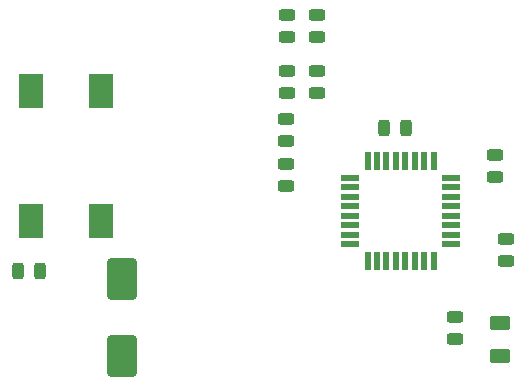
<source format=gbr>
%TF.GenerationSoftware,KiCad,Pcbnew,9.0.6+1*%
%TF.CreationDate,2025-12-10T14:16:37+00:00*%
%TF.ProjectId,KDT_Hierarchical_KiBot,4b44545f-4869-4657-9261-726368696361,+ (Unreleased)*%
%TF.SameCoordinates,Original*%
%TF.FileFunction,Paste,Top*%
%TF.FilePolarity,Positive*%
%FSLAX46Y46*%
G04 Gerber Fmt 4.6, Leading zero omitted, Abs format (unit mm)*
G04 Created by KiCad (PCBNEW 9.0.6+1) date 2025-12-10 14:16:37*
%MOMM*%
%LPD*%
G01*
G04 APERTURE LIST*
G04 Aperture macros list*
%AMRoundRect*
0 Rectangle with rounded corners*
0 $1 Rounding radius*
0 $2 $3 $4 $5 $6 $7 $8 $9 X,Y pos of 4 corners*
0 Add a 4 corners polygon primitive as box body*
4,1,4,$2,$3,$4,$5,$6,$7,$8,$9,$2,$3,0*
0 Add four circle primitives for the rounded corners*
1,1,$1+$1,$2,$3*
1,1,$1+$1,$4,$5*
1,1,$1+$1,$6,$7*
1,1,$1+$1,$8,$9*
0 Add four rect primitives between the rounded corners*
20,1,$1+$1,$2,$3,$4,$5,0*
20,1,$1+$1,$4,$5,$6,$7,0*
20,1,$1+$1,$6,$7,$8,$9,0*
20,1,$1+$1,$8,$9,$2,$3,0*%
G04 Aperture macros list end*
%ADD10RoundRect,0.243750X-0.456250X0.243750X-0.456250X-0.243750X0.456250X-0.243750X0.456250X0.243750X0*%
%ADD11R,2.000000X3.000000*%
%ADD12RoundRect,0.243750X0.456250X-0.243750X0.456250X0.243750X-0.456250X0.243750X-0.456250X-0.243750X0*%
%ADD13RoundRect,0.243750X-0.243750X-0.456250X0.243750X-0.456250X0.243750X0.456250X-0.243750X0.456250X0*%
%ADD14RoundRect,0.250000X0.625000X-0.375000X0.625000X0.375000X-0.625000X0.375000X-0.625000X-0.375000X0*%
%ADD15R,0.550000X1.600000*%
%ADD16R,1.600000X0.550000*%
%ADD17RoundRect,0.250000X-1.000000X1.500000X-1.000000X-1.500000X1.000000X-1.500000X1.000000X1.500000X0*%
G04 APERTURE END LIST*
D10*
%TO.C,C5*%
X157795600Y-93911300D03*
X157795600Y-95786300D03*
%TD*%
D11*
%TO.C,J1*%
X117573600Y-81394800D03*
X123573600Y-81394800D03*
X123573600Y-92394800D03*
X117573600Y-92394800D03*
%TD*%
D12*
%TO.C,C8*%
X139228200Y-85600900D03*
X139228200Y-83725900D03*
%TD*%
D13*
%TO.C,C2*%
X116536100Y-96594800D03*
X118411100Y-96594800D03*
%TD*%
D12*
%TO.C,D3*%
X139253600Y-81582300D03*
X139253600Y-79707300D03*
%TD*%
D13*
%TO.C,C7*%
X147510900Y-84561800D03*
X149385900Y-84561800D03*
%TD*%
D14*
%TO.C,D1*%
X157287600Y-103868800D03*
X157287600Y-101068800D03*
%TD*%
D12*
%TO.C,R4*%
X153477600Y-102390300D03*
X153477600Y-100515300D03*
%TD*%
D10*
%TO.C,R5*%
X139228200Y-87561300D03*
X139228200Y-89436300D03*
%TD*%
D12*
%TO.C,D2*%
X141793600Y-81582300D03*
X141793600Y-79707300D03*
%TD*%
D10*
%TO.C,R6*%
X141793600Y-74932100D03*
X141793600Y-76807100D03*
%TD*%
%TO.C,R7*%
X139253600Y-74932100D03*
X139253600Y-76807100D03*
%TD*%
D15*
%TO.C,U1*%
X151705600Y-87296800D03*
X150905600Y-87296800D03*
X150105600Y-87296800D03*
X149305600Y-87296800D03*
X148505600Y-87296800D03*
X147705600Y-87296800D03*
X146905600Y-87296800D03*
X146105600Y-87296800D03*
D16*
X144655600Y-88746800D03*
X144655600Y-89546800D03*
X144655600Y-90346800D03*
X144655600Y-91146800D03*
X144655600Y-91946800D03*
X144655600Y-92746800D03*
X144655600Y-93546800D03*
X144655600Y-94346800D03*
D15*
X146105600Y-95796800D03*
X146905600Y-95796800D03*
X147705600Y-95796800D03*
X148505600Y-95796800D03*
X149305600Y-95796800D03*
X150105600Y-95796800D03*
X150905600Y-95796800D03*
X151705600Y-95796800D03*
D16*
X153155600Y-94346800D03*
X153155600Y-93546800D03*
X153155600Y-92746800D03*
X153155600Y-91946800D03*
X153155600Y-91146800D03*
X153155600Y-90346800D03*
X153155600Y-89546800D03*
X153155600Y-88746800D03*
%TD*%
D17*
%TO.C,C1*%
X125309000Y-97339200D03*
X125309000Y-103839200D03*
%TD*%
D12*
%TO.C,C6*%
X156855800Y-88699700D03*
X156855800Y-86824700D03*
%TD*%
M02*

</source>
